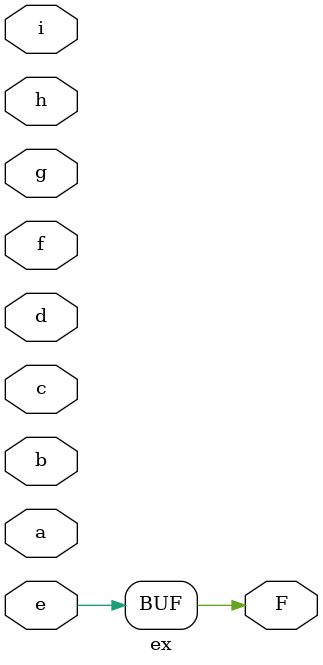
<source format=v>

module ex ( 
    a, b, c, d, e, f, g, h, i,
    F  );
  input  a, b, c, d, e, f, g, h, i;
  output F;
  assign F = e;
endmodule



</source>
